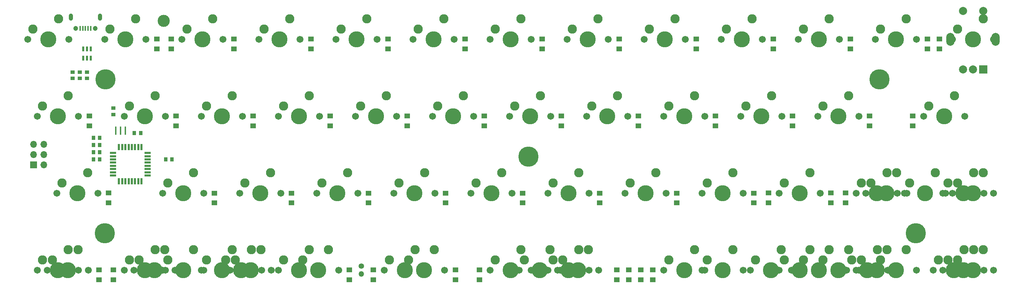
<source format=gbr>
%TF.GenerationSoftware,KiCad,Pcbnew,(5.99.0-8436-gbd786b578a)*%
%TF.CreationDate,2021-02-24T19:01:32+01:00*%
%TF.ProjectId,atom47,61746f6d-3437-42e6-9b69-6361645f7063,rev?*%
%TF.SameCoordinates,Original*%
%TF.FileFunction,Soldermask,Bot*%
%TF.FilePolarity,Negative*%
%FSLAX46Y46*%
G04 Gerber Fmt 4.6, Leading zero omitted, Abs format (unit mm)*
G04 Created by KiCad (PCBNEW (5.99.0-8436-gbd786b578a)) date 2021-02-24 19:01:32*
%MOMM*%
%LPD*%
G01*
G04 APERTURE LIST*
%ADD10C,2.286000*%
%ADD11C,1.701800*%
%ADD12C,3.987800*%
%ADD13C,3.000000*%
%ADD14C,5.000000*%
%ADD15C,1.350000*%
%ADD16O,1.350000X1.350000*%
%ADD17R,1.000000X0.900000*%
%ADD18R,1.400000X1.200000*%
%ADD19R,1.700000X1.700000*%
%ADD20O,1.700000X1.700000*%
%ADD21R,0.900000X1.000000*%
%ADD22R,0.400000X1.250000*%
%ADD23C,1.200000*%
%ADD24O,1.000000X1.800000*%
%ADD25R,0.600000X1.200000*%
%ADD26R,2.000000X2.000000*%
%ADD27C,2.000000*%
%ADD28O,2.000000X3.200000*%
%ADD29R,0.400000X2.000000*%
%ADD30R,0.550000X1.600000*%
%ADD31R,1.600000X0.550000*%
G04 APERTURE END LIST*
D10*
X150177500Y-23495000D03*
X143827500Y-26035000D03*
D11*
X142557500Y-28575000D03*
D12*
X147637500Y-28575000D03*
D11*
X152717500Y-28575000D03*
D10*
X143033750Y-61595000D03*
X136683750Y-64135000D03*
D11*
X135413750Y-66675000D03*
D12*
X140493750Y-66675000D03*
D11*
X145573750Y-66675000D03*
D10*
X228758750Y-42545000D03*
X222408750Y-45085000D03*
D11*
X221138750Y-47625000D03*
X231298750Y-47625000D03*
D12*
X226218750Y-47625000D03*
D10*
X133508750Y-61595000D03*
X127158750Y-64135000D03*
D11*
X125888750Y-66675000D03*
D12*
X130968750Y-66675000D03*
D11*
X136048750Y-66675000D03*
D10*
X126365000Y-61595000D03*
X120015000Y-64135000D03*
D12*
X123825000Y-66675000D03*
D11*
X128905000Y-66675000D03*
X118745000Y-66675000D03*
D10*
X14446250Y-23495000D03*
X8096250Y-26035000D03*
D11*
X6826250Y-28575000D03*
D12*
X11906250Y-28575000D03*
D11*
X16986250Y-28575000D03*
D10*
X233521250Y-23495000D03*
X227171250Y-26035000D03*
D11*
X225901250Y-28575000D03*
X236061250Y-28575000D03*
D12*
X230981250Y-28575000D03*
D13*
X38025000Y-5025000D03*
D10*
X235902500Y-61595000D03*
X229552500Y-64135000D03*
D12*
X233362500Y-66675000D03*
D11*
X228282500Y-66675000D03*
X238442500Y-66675000D03*
D10*
X207327500Y-61595000D03*
X200977500Y-64135000D03*
D12*
X204787500Y-66675000D03*
D11*
X209867500Y-66675000D03*
X199707500Y-66675000D03*
D10*
X38258780Y-61595056D03*
X31908780Y-64135056D03*
D12*
X35718780Y-66675056D03*
D11*
X40798780Y-66675056D03*
X30638780Y-66675056D03*
D10*
X16827500Y-61595000D03*
X10477500Y-64135000D03*
D12*
X14287500Y-66675000D03*
D11*
X19367500Y-66675000D03*
X9207500Y-66675000D03*
D10*
X219233750Y-42545000D03*
X212883750Y-45085000D03*
D11*
X221773750Y-47625000D03*
X211613750Y-47625000D03*
D12*
X216693750Y-47625000D03*
D10*
X14446260Y-61595056D03*
X8096260Y-64135056D03*
D11*
X16986260Y-66675056D03*
X6826260Y-66675056D03*
D12*
X11906260Y-66675056D03*
D10*
X62071250Y-61595000D03*
X55721250Y-64135000D03*
D11*
X54451250Y-66675000D03*
X64611250Y-66675000D03*
D12*
X59531250Y-66675000D03*
D10*
X238283750Y-61595000D03*
X231933750Y-64135000D03*
D11*
X230663750Y-66675000D03*
D12*
X235743750Y-66675000D03*
D11*
X240823750Y-66675000D03*
D10*
X238283750Y-42545000D03*
X231933750Y-45085000D03*
D11*
X240823750Y-47625000D03*
D12*
X235743750Y-47625000D03*
D11*
X230663750Y-47625000D03*
D10*
X100171250Y-61595000D03*
X93821250Y-64135000D03*
D11*
X102711250Y-66675000D03*
D12*
X97631250Y-66675000D03*
D11*
X92551250Y-66675000D03*
D10*
X45402500Y-61595000D03*
X39052500Y-64135000D03*
D11*
X37782500Y-66675000D03*
D12*
X42862500Y-66675000D03*
D11*
X47942500Y-66675000D03*
D10*
X12065000Y-4445000D03*
X5715000Y-6985000D03*
D11*
X14605000Y-9525000D03*
X4445000Y-9525000D03*
D12*
X9525000Y-9525000D03*
D10*
X31115000Y-4445000D03*
X24765000Y-6985000D03*
D11*
X23495000Y-9525000D03*
D12*
X28575000Y-9525000D03*
D11*
X33655000Y-9525000D03*
D10*
X50165000Y-4445000D03*
X43815000Y-6985000D03*
D11*
X52705000Y-9525000D03*
X42545000Y-9525000D03*
D12*
X47625000Y-9525000D03*
D10*
X69215000Y-4445000D03*
X62865000Y-6985000D03*
D11*
X71755000Y-9525000D03*
D12*
X66675000Y-9525000D03*
D11*
X61595000Y-9525000D03*
D10*
X88265000Y-4445000D03*
X81915000Y-6985000D03*
D11*
X80645000Y-9525000D03*
X90805000Y-9525000D03*
D12*
X85725000Y-9525000D03*
D10*
X107315000Y-4445000D03*
X100965000Y-6985000D03*
D12*
X104775000Y-9525000D03*
D11*
X109855000Y-9525000D03*
X99695000Y-9525000D03*
D10*
X126365000Y-4445000D03*
X120015000Y-6985000D03*
D12*
X123825000Y-9525000D03*
D11*
X128905000Y-9525000D03*
X118745000Y-9525000D03*
D10*
X145415000Y-4445000D03*
X139065000Y-6985000D03*
D11*
X147955000Y-9525000D03*
X137795000Y-9525000D03*
D12*
X142875000Y-9525000D03*
D10*
X164465000Y-4445000D03*
X158115000Y-6985000D03*
D11*
X167005000Y-9525000D03*
X156845000Y-9525000D03*
D12*
X161925000Y-9525000D03*
D10*
X183515000Y-4445000D03*
X177165000Y-6985000D03*
D11*
X186055000Y-9525000D03*
X175895000Y-9525000D03*
D12*
X180975000Y-9525000D03*
D10*
X202565000Y-4445000D03*
X196215000Y-6985000D03*
D12*
X200025000Y-9525000D03*
D11*
X205105000Y-9525000D03*
X194945000Y-9525000D03*
D10*
X221615000Y-4445000D03*
X215265000Y-6985000D03*
D11*
X213995000Y-9525000D03*
X224155000Y-9525000D03*
D12*
X219075000Y-9525000D03*
D10*
X240665000Y-4445000D03*
X234315000Y-6985000D03*
D11*
X243205000Y-9525000D03*
D12*
X238125000Y-9525000D03*
D11*
X233045000Y-9525000D03*
D10*
X35877500Y-23495000D03*
X29527500Y-26035000D03*
D11*
X28257500Y-28575000D03*
D12*
X33337500Y-28575000D03*
D11*
X38417500Y-28575000D03*
D10*
X54927500Y-23495000D03*
X48577500Y-26035000D03*
D12*
X52387500Y-28575000D03*
D11*
X57467500Y-28575000D03*
X47307500Y-28575000D03*
D10*
X73977500Y-23495000D03*
X67627500Y-26035000D03*
D12*
X71437500Y-28575000D03*
D11*
X66357500Y-28575000D03*
X76517500Y-28575000D03*
D10*
X93027500Y-23495000D03*
X86677500Y-26035000D03*
D11*
X95567500Y-28575000D03*
X85407500Y-28575000D03*
D12*
X90487500Y-28575000D03*
D10*
X112077500Y-23495000D03*
X105727500Y-26035000D03*
D11*
X104457500Y-28575000D03*
X114617500Y-28575000D03*
D12*
X109537500Y-28575000D03*
D10*
X131127500Y-23495000D03*
X124777500Y-26035000D03*
D11*
X123507500Y-28575000D03*
D12*
X128587500Y-28575000D03*
D11*
X133667500Y-28575000D03*
D10*
X169227500Y-23495000D03*
X162877500Y-26035000D03*
D12*
X166687500Y-28575000D03*
D11*
X171767500Y-28575000D03*
X161607500Y-28575000D03*
D10*
X188277500Y-23495000D03*
X181927500Y-26035000D03*
D12*
X185737500Y-28575000D03*
D11*
X190817500Y-28575000D03*
X180657500Y-28575000D03*
D10*
X207327500Y-23495000D03*
X200977500Y-26035000D03*
D12*
X204787500Y-28575000D03*
D11*
X199707500Y-28575000D03*
X209867500Y-28575000D03*
D10*
X45402500Y-42545000D03*
X39052500Y-45085000D03*
D12*
X42862500Y-47625000D03*
D11*
X47942500Y-47625000D03*
X37782500Y-47625000D03*
D10*
X64452500Y-42545000D03*
X58102500Y-45085000D03*
D11*
X56832500Y-47625000D03*
X66992500Y-47625000D03*
D12*
X61912500Y-47625000D03*
D10*
X83502500Y-42545000D03*
X77152500Y-45085000D03*
D12*
X80962500Y-47625000D03*
D11*
X86042500Y-47625000D03*
X75882500Y-47625000D03*
D10*
X102552500Y-42545000D03*
X96202500Y-45085000D03*
D11*
X94932500Y-47625000D03*
D12*
X100012500Y-47625000D03*
D11*
X105092500Y-47625000D03*
D10*
X121602500Y-42545000D03*
X115252500Y-45085000D03*
D12*
X119062500Y-47625000D03*
D11*
X113982500Y-47625000D03*
X124142500Y-47625000D03*
D10*
X140652500Y-42545000D03*
X134302500Y-45085000D03*
D11*
X143192500Y-47625000D03*
D12*
X138112500Y-47625000D03*
D11*
X133032500Y-47625000D03*
D10*
X159702500Y-42545000D03*
X153352500Y-45085000D03*
D12*
X157162500Y-47625000D03*
D11*
X162242500Y-47625000D03*
X152082500Y-47625000D03*
D10*
X178752500Y-42545000D03*
X172402500Y-45085000D03*
D12*
X176212500Y-47625000D03*
D11*
X181292500Y-47625000D03*
X171132500Y-47625000D03*
D10*
X197802500Y-42545000D03*
X191452500Y-45085000D03*
D12*
X195262500Y-47625000D03*
D11*
X190182500Y-47625000D03*
X200342500Y-47625000D03*
D10*
X240665000Y-42545000D03*
X234315000Y-45085000D03*
D11*
X233045000Y-47625000D03*
X243205000Y-47625000D03*
D12*
X238125000Y-47625000D03*
D10*
X35877500Y-61595000D03*
X29527500Y-64135000D03*
D11*
X28257500Y-66675000D03*
X38417500Y-66675000D03*
D12*
X33337500Y-66675000D03*
D10*
X54927500Y-61595000D03*
X48577500Y-64135000D03*
D12*
X52387500Y-66675000D03*
D11*
X47307500Y-66675000D03*
X57467500Y-66675000D03*
D10*
X73977500Y-61595000D03*
X67627500Y-64135000D03*
D11*
X76517500Y-66675000D03*
D12*
X71437500Y-66675000D03*
D11*
X66357500Y-66675000D03*
D10*
X178752500Y-61595000D03*
X172402500Y-64135000D03*
D12*
X176212500Y-66675000D03*
D11*
X181292500Y-66675000D03*
X171132500Y-66675000D03*
D10*
X197802500Y-61595000D03*
X191452500Y-64135000D03*
D11*
X200342500Y-66675000D03*
D12*
X195262500Y-66675000D03*
D11*
X190182500Y-66675000D03*
D10*
X216852500Y-61595000D03*
X210502500Y-64135000D03*
D12*
X214312500Y-66675000D03*
D11*
X209232500Y-66675000D03*
X219392500Y-66675000D03*
D10*
X216852500Y-42545000D03*
X210502500Y-45085000D03*
D12*
X214312500Y-47625000D03*
D11*
X219392500Y-47625000D03*
X209232500Y-47625000D03*
D10*
X202565000Y-61595000D03*
X196215000Y-64135000D03*
D12*
X200025000Y-66675000D03*
D11*
X194945000Y-66675000D03*
X205105000Y-66675000D03*
D10*
X221615000Y-61595000D03*
X215265000Y-64135000D03*
D11*
X213995000Y-66675000D03*
X224155000Y-66675000D03*
D12*
X219075000Y-66675000D03*
D10*
X240665000Y-61595000D03*
X234315000Y-64135000D03*
D11*
X243205000Y-66675000D03*
X233045000Y-66675000D03*
D12*
X238125000Y-66675000D03*
D14*
X223925000Y-57575000D03*
X23475000Y-57575000D03*
D10*
X59690048Y-61595056D03*
X53340048Y-64135056D03*
D11*
X62230048Y-66675056D03*
X52070048Y-66675056D03*
D12*
X57150048Y-66675056D03*
D10*
X78740064Y-61595056D03*
X72390064Y-64135056D03*
D12*
X76200064Y-66675056D03*
D11*
X81280064Y-66675056D03*
X71120064Y-66675056D03*
D10*
X104933836Y-61595056D03*
X98583836Y-64135056D03*
D11*
X97313836Y-66675056D03*
D12*
X102393836Y-66675056D03*
D11*
X107473836Y-66675056D03*
D10*
X169227640Y-61595056D03*
X162877640Y-64135056D03*
D11*
X171767640Y-66675056D03*
D12*
X166687640Y-66675056D03*
D11*
X161607640Y-66675056D03*
D10*
X190658908Y-61595056D03*
X184308908Y-64135056D03*
D11*
X183038908Y-66675056D03*
D12*
X188118908Y-66675056D03*
D11*
X193198908Y-66675056D03*
D10*
X214471428Y-61595056D03*
X208121428Y-64135056D03*
D12*
X211931428Y-66675056D03*
D11*
X217011428Y-66675056D03*
X206851428Y-66675056D03*
D10*
X140652616Y-61595056D03*
X134302616Y-64135056D03*
D11*
X143192616Y-66675056D03*
D12*
X138112616Y-66675056D03*
D11*
X133032616Y-66675056D03*
D10*
X19208750Y-42545000D03*
X12858750Y-45085000D03*
D11*
X21748750Y-47625000D03*
X11588750Y-47625000D03*
D12*
X16668750Y-47625000D03*
D14*
X23625000Y-19475000D03*
X128225000Y-38575000D03*
X215025000Y-19475000D03*
D15*
X86915690Y-65675048D03*
D16*
X86915690Y-67675048D03*
D17*
X19050008Y-17667195D03*
X19050008Y-19242195D03*
D18*
X152995433Y-69065674D03*
X152995433Y-66665674D03*
X150018868Y-69065674D03*
X150018868Y-66665674D03*
X110132897Y-69065674D03*
X110132897Y-66665674D03*
X158948563Y-69065674D03*
X158948563Y-66665674D03*
X83939125Y-69065674D03*
X83939125Y-66665674D03*
X155971998Y-69065674D03*
X155971998Y-66665674D03*
X116086027Y-69065674D03*
X116086027Y-66665674D03*
X164901693Y-50025032D03*
X164901693Y-47625032D03*
X25598451Y-69065674D03*
X25598451Y-66665674D03*
X22026573Y-69065674D03*
X22026573Y-66665674D03*
X145851677Y-50025032D03*
X145851677Y-47625032D03*
X203001725Y-50015658D03*
X203001725Y-47615658D03*
X206573603Y-50015658D03*
X206573603Y-47615658D03*
X187523587Y-50015658D03*
X187523587Y-47615658D03*
X183951709Y-50025032D03*
X183951709Y-47625032D03*
X126801661Y-50025032D03*
X126801661Y-47625032D03*
X88701629Y-50025032D03*
X88701629Y-47625032D03*
X69651613Y-50025032D03*
X69651613Y-47625032D03*
X74414117Y-11915626D03*
X74414117Y-9515626D03*
X223242367Y-30965642D03*
X223242367Y-28565642D03*
X193476717Y-30965642D03*
X193476717Y-28565642D03*
X36314085Y-11915626D03*
X36314085Y-9515626D03*
X174426701Y-30965642D03*
X174426701Y-28565642D03*
X207764229Y-11915626D03*
X207764229Y-9515626D03*
X155376685Y-30965642D03*
X155376685Y-28565642D03*
X136326669Y-30965642D03*
X136326669Y-28565642D03*
X150614181Y-11915626D03*
X150614181Y-9515626D03*
X93464133Y-11915626D03*
X93464133Y-9515626D03*
X60126605Y-30965642D03*
X60126605Y-28565642D03*
X41076589Y-30965642D03*
X41076589Y-28565642D03*
X131564165Y-11915626D03*
X131564165Y-9515626D03*
X98226637Y-30965642D03*
X98226637Y-28565642D03*
X229790810Y-11915626D03*
X229790810Y-9515626D03*
X79176621Y-30965642D03*
X79176621Y-28565642D03*
X169664197Y-11915626D03*
X169664197Y-9515626D03*
X55364101Y-11915626D03*
X55364101Y-9515626D03*
X89892255Y-69065674D03*
X89892255Y-66665674D03*
X188714213Y-11915626D03*
X188714213Y-9515626D03*
X212526733Y-30965642D03*
X212526733Y-28565642D03*
X117276653Y-30965642D03*
X117276653Y-28565642D03*
X19645321Y-30965642D03*
X19645321Y-28565642D03*
X112514149Y-11915626D03*
X112514149Y-9515626D03*
X226814245Y-11915626D03*
X226814245Y-9515626D03*
X107751645Y-50025032D03*
X107751645Y-47625032D03*
X24407825Y-50015658D03*
X24407825Y-47615658D03*
X50601597Y-50025032D03*
X50601597Y-47625032D03*
D19*
X5873748Y-40640024D03*
D20*
X8413748Y-40640024D03*
X5873748Y-38100024D03*
X8413748Y-38100024D03*
X5873748Y-35560024D03*
X8413748Y-35560024D03*
D18*
X39885963Y-11915626D03*
X39885963Y-9515626D03*
D21*
X22218760Y-35718772D03*
X20643760Y-35718772D03*
X30764081Y-32742207D03*
X32339081Y-32742207D03*
D17*
X17264069Y-17667195D03*
X17264069Y-19242195D03*
D21*
X38503150Y-39290650D03*
X40078150Y-39290650D03*
D17*
X25598451Y-28171890D03*
X25598451Y-26596890D03*
D21*
X22218760Y-39290650D03*
X20643760Y-39290650D03*
X22218760Y-37504711D03*
X20643760Y-37504711D03*
D22*
X17375000Y-6875000D03*
X18025000Y-6875000D03*
X18675000Y-6875000D03*
X19325000Y-6875000D03*
X19975000Y-6875000D03*
D23*
X21100000Y-6875000D03*
D24*
X22275000Y-4075000D03*
D23*
X16250000Y-6875000D03*
D24*
X15075000Y-4075000D03*
D25*
X18100008Y-11946878D03*
X19050008Y-11946878D03*
X20000008Y-11946878D03*
X20000008Y-14246878D03*
X19050008Y-14246878D03*
X18100008Y-14246878D03*
D21*
X22218760Y-33932833D03*
X20643760Y-33932833D03*
D26*
X240625192Y-17025000D03*
D27*
X235625192Y-17025000D03*
X238125192Y-17025000D03*
D28*
X232525192Y-9525000D03*
X243725192Y-9525000D03*
D27*
X235625192Y-2525000D03*
X240625192Y-2525000D03*
D29*
X26184390Y-32146894D03*
X28584390Y-32146894D03*
X27384390Y-32146894D03*
D30*
X26965642Y-36231276D03*
X27765642Y-36231276D03*
X28565642Y-36231276D03*
X29365642Y-36231276D03*
X30165642Y-36231276D03*
X30965642Y-36231276D03*
X31765642Y-36231276D03*
X32565642Y-36231276D03*
D31*
X34015642Y-37681276D03*
X34015642Y-38481276D03*
X34015642Y-39281276D03*
X34015642Y-40081276D03*
X34015642Y-40881276D03*
X34015642Y-41681276D03*
X34015642Y-42481276D03*
X34015642Y-43281276D03*
D30*
X32565642Y-44731276D03*
X31765642Y-44731276D03*
X30965642Y-44731276D03*
X30165642Y-44731276D03*
X29365642Y-44731276D03*
X28565642Y-44731276D03*
X27765642Y-44731276D03*
X26965642Y-44731276D03*
D31*
X25515642Y-43281276D03*
X25515642Y-42481276D03*
X25515642Y-41681276D03*
X25515642Y-40881276D03*
X25515642Y-40081276D03*
X25515642Y-39281276D03*
X25515642Y-38481276D03*
X25515642Y-37681276D03*
D17*
X15478112Y-19242172D03*
X15478112Y-17667172D03*
M02*

</source>
